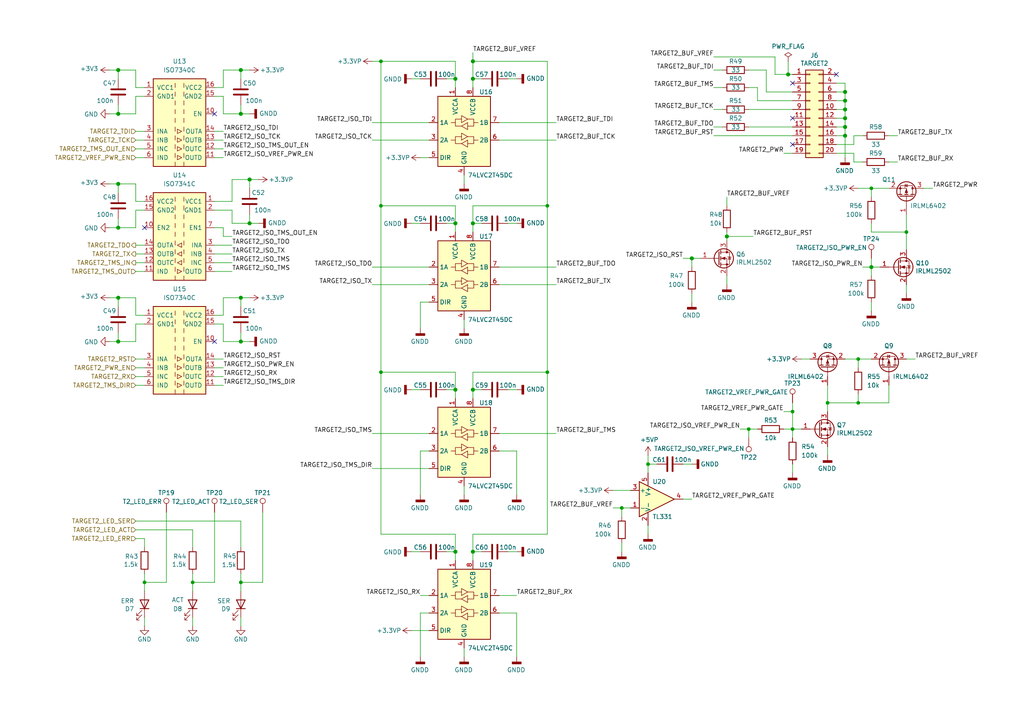
<source format=kicad_sch>
(kicad_sch (version 20211123) (generator eeschema)
  (paper "A4")
  (junction (at 229.87 124.46) (diameter 0.9144))
  (junction (at 72.39 52.07) (diameter 1.016))
  (junction (at 228.6 21.59) (diameter 1.016))
  (junction (at 72.39 64.77) (diameter 1.016))
  (junction (at 132.08 22.86) (diameter 1.016))
  (junction (at 245.11 31.75) (diameter 1.016))
  (junction (at 245.11 34.29) (diameter 1.016))
  (junction (at 210.82 68.58) (diameter 1.016))
  (junction (at 217.17 124.46) (diameter 0.9144))
  (junction (at 34.29 20.32) (diameter 1.016))
  (junction (at 34.29 33.02) (diameter 1.016))
  (junction (at 110.49 59.69) (diameter 0.9144))
  (junction (at 137.16 22.86) (diameter 1.016))
  (junction (at 55.88 168.91))
  (junction (at 137.16 160.02) (diameter 1.016))
  (junction (at 110.49 107.95) (diameter 0.9144))
  (junction (at 200.66 74.93) (diameter 1.016))
  (junction (at 158.75 59.69) (diameter 0.9144))
  (junction (at 34.29 86.36) (diameter 1.016))
  (junction (at 248.92 104.14) (diameter 0.9144))
  (junction (at 110.49 17.78) (diameter 0.9144))
  (junction (at 248.92 116.84) (diameter 0.9144))
  (junction (at 245.11 39.37) (diameter 1.016))
  (junction (at 132.08 64.77) (diameter 1.016))
  (junction (at 252.73 54.61) (diameter 0.9144))
  (junction (at 69.85 33.02) (diameter 1.016))
  (junction (at 34.29 99.06) (diameter 1.016))
  (junction (at 252.73 77.47) (diameter 1.016))
  (junction (at 41.91 168.91))
  (junction (at 137.16 113.03) (diameter 1.016))
  (junction (at 69.85 20.32) (diameter 1.016))
  (junction (at 229.87 119.38) (diameter 0.9144))
  (junction (at 262.89 67.31) (diameter 0.9144))
  (junction (at 245.11 26.67) (diameter 1.016))
  (junction (at 69.85 168.91))
  (junction (at 180.34 147.32) (diameter 0.9144))
  (junction (at 132.08 113.03) (diameter 1.016))
  (junction (at 34.29 53.34) (diameter 1.016))
  (junction (at 132.08 160.02) (diameter 1.016))
  (junction (at 137.16 64.77) (diameter 1.016))
  (junction (at 240.03 116.84) (diameter 0.9144))
  (junction (at 158.75 107.95) (diameter 0.9144))
  (junction (at 137.16 17.78) (diameter 1.016))
  (junction (at 69.85 86.36) (diameter 1.016))
  (junction (at 187.96 134.62) (diameter 0.9144))
  (junction (at 245.11 29.21) (diameter 1.016))
  (junction (at 34.29 66.04) (diameter 1.016))
  (junction (at 69.85 99.06) (diameter 1.016))
  (junction (at 245.11 36.83) (diameter 1.016))
  (no_connect (at 41.91 66.04))
  (no_connect (at 62.23 33.02))
  (no_connect (at 62.23 99.06))
  (no_connect (at 229.87 34.29))
  (no_connect (at 229.87 24.13))
  (no_connect (at 229.87 41.91))
  (no_connect (at 242.57 21.59))
  (wire (pts (xy 31.75 86.36) (xy 34.29 86.36)))
  (wire (pts (xy 242.57 26.67) (xy 245.11 26.67)))
  (wire (pts (xy 64.77 99.06) (xy 64.77 93.98)))
  (wire (pts (xy 62.23 38.1) (xy 64.77 38.1)))
  (wire (pts (xy 64.77 66.04) (xy 64.77 68.58)))
  (wire (pts (xy 64.77 68.58) (xy 67.31 68.58)))
  (wire (pts (xy 252.73 90.17) (xy 252.73 87.63)))
  (wire (pts (xy 110.49 107.95) (xy 132.08 107.95)))
  (wire (pts (xy 248.92 104.14) (xy 252.73 104.14)))
  (wire (pts (xy 69.85 99.06) (xy 64.77 99.06)))
  (wire (pts (xy 72.39 52.07) (xy 67.31 52.07)))
  (wire (pts (xy 262.89 85.09) (xy 262.89 82.55)))
  (wire (pts (xy 134.62 190.5) (xy 134.62 187.96)))
  (wire (pts (xy 217.17 124.46) (xy 217.17 127)))
  (wire (pts (xy 39.37 66.04) (xy 39.37 60.96)))
  (wire (pts (xy 229.87 124.46) (xy 229.87 127)))
  (wire (pts (xy 39.37 153.67) (xy 55.88 153.67)))
  (wire (pts (xy 134.62 95.25) (xy 134.62 92.71)))
  (wire (pts (xy 62.23 40.64) (xy 64.77 40.64)))
  (wire (pts (xy 144.78 82.55) (xy 161.29 82.55)))
  (wire (pts (xy 39.37 78.74) (xy 41.91 78.74)))
  (wire (pts (xy 139.7 113.03) (xy 137.16 113.03)))
  (wire (pts (xy 198.12 144.78) (xy 200.66 144.78)))
  (wire (pts (xy 217.17 25.4) (xy 219.71 25.4)))
  (wire (pts (xy 219.71 25.4) (xy 219.71 29.21)))
  (wire (pts (xy 34.29 88.9) (xy 34.29 86.36)))
  (wire (pts (xy 240.03 119.38) (xy 240.03 116.84)))
  (wire (pts (xy 39.37 27.94) (xy 41.91 27.94)))
  (wire (pts (xy 137.16 107.95) (xy 137.16 113.03)))
  (wire (pts (xy 200.66 74.93) (xy 203.2 74.93)))
  (wire (pts (xy 245.11 29.21) (xy 245.11 31.75)))
  (wire (pts (xy 121.92 177.8) (xy 121.92 190.5)))
  (wire (pts (xy 149.86 130.81) (xy 149.86 143.51)))
  (wire (pts (xy 242.57 29.21) (xy 245.11 29.21)))
  (wire (pts (xy 229.87 44.45) (xy 227.33 44.45)))
  (wire (pts (xy 144.78 77.47) (xy 161.29 77.47)))
  (wire (pts (xy 69.85 151.13) (xy 69.85 158.75)))
  (wire (pts (xy 137.16 17.78) (xy 137.16 22.86)))
  (wire (pts (xy 72.39 64.77) (xy 67.31 64.77)))
  (wire (pts (xy 124.46 182.88) (xy 119.38 182.88)))
  (wire (pts (xy 210.82 67.31) (xy 210.82 68.58)))
  (wire (pts (xy 69.85 166.37) (xy 69.85 168.91)))
  (wire (pts (xy 137.16 64.77) (xy 137.16 67.31)))
  (wire (pts (xy 124.46 87.63) (xy 121.92 87.63)))
  (wire (pts (xy 227.33 119.38) (xy 229.87 119.38)))
  (wire (pts (xy 62.23 168.91) (xy 62.23 148.59)))
  (wire (pts (xy 124.46 172.72) (xy 121.92 172.72)))
  (wire (pts (xy 147.32 22.86) (xy 149.86 22.86)))
  (wire (pts (xy 207.01 39.37) (xy 229.87 39.37)))
  (wire (pts (xy 69.85 20.32) (xy 64.77 20.32)))
  (wire (pts (xy 177.8 142.24) (xy 182.88 142.24)))
  (wire (pts (xy 34.29 63.5) (xy 34.29 66.04)))
  (wire (pts (xy 121.92 95.25) (xy 121.92 87.63)))
  (wire (pts (xy 137.16 64.77) (xy 137.16 59.69)))
  (wire (pts (xy 74.93 64.77) (xy 72.39 64.77)))
  (wire (pts (xy 187.96 152.4) (xy 187.96 154.94)))
  (wire (pts (xy 132.08 160.02) (xy 132.08 162.56)))
  (wire (pts (xy 39.37 93.98) (xy 41.91 93.98)))
  (wire (pts (xy 62.23 60.96) (xy 67.31 60.96)))
  (wire (pts (xy 34.29 99.06) (xy 39.37 99.06)))
  (wire (pts (xy 69.85 168.91) (xy 76.2 168.91)))
  (wire (pts (xy 144.78 177.8) (xy 149.86 177.8)))
  (wire (pts (xy 110.49 59.69) (xy 110.49 107.95)))
  (wire (pts (xy 62.23 106.68) (xy 64.77 106.68)))
  (wire (pts (xy 144.78 172.72) (xy 149.86 172.72)))
  (wire (pts (xy 229.87 124.46) (xy 229.87 119.38)))
  (wire (pts (xy 245.11 26.67) (xy 245.11 29.21)))
  (wire (pts (xy 69.85 86.36) (xy 64.77 86.36)))
  (wire (pts (xy 257.81 39.37) (xy 260.35 39.37)))
  (wire (pts (xy 158.75 17.78) (xy 137.16 17.78)))
  (wire (pts (xy 245.11 104.14) (xy 248.92 104.14)))
  (wire (pts (xy 144.78 40.64) (xy 161.29 40.64)))
  (wire (pts (xy 31.75 99.06) (xy 34.29 99.06)))
  (wire (pts (xy 242.57 31.75) (xy 245.11 31.75)))
  (wire (pts (xy 137.16 113.03) (xy 137.16 115.57)))
  (wire (pts (xy 247.65 46.99) (xy 250.19 46.99)))
  (wire (pts (xy 39.37 106.68) (xy 41.91 106.68)))
  (wire (pts (xy 39.37 156.21) (xy 41.91 156.21)))
  (wire (pts (xy 107.95 125.73) (xy 124.46 125.73)))
  (wire (pts (xy 34.29 86.36) (xy 39.37 86.36)))
  (wire (pts (xy 177.8 147.32) (xy 180.34 147.32)))
  (wire (pts (xy 180.34 147.32) (xy 182.88 147.32)))
  (wire (pts (xy 34.29 22.86) (xy 34.29 20.32)))
  (wire (pts (xy 245.11 24.13) (xy 245.11 26.67)))
  (wire (pts (xy 252.73 64.77) (xy 252.73 67.31)))
  (wire (pts (xy 200.66 87.63) (xy 200.66 85.09)))
  (wire (pts (xy 76.2 168.91) (xy 76.2 148.59)))
  (wire (pts (xy 139.7 64.77) (xy 137.16 64.77)))
  (wire (pts (xy 62.23 78.74) (xy 67.31 78.74)))
  (wire (pts (xy 245.11 31.75) (xy 245.11 34.29)))
  (wire (pts (xy 129.54 113.03) (xy 132.08 113.03)))
  (wire (pts (xy 110.49 59.69) (xy 110.49 17.78)))
  (wire (pts (xy 245.11 39.37) (xy 245.11 45.72)))
  (wire (pts (xy 55.88 168.91) (xy 62.23 168.91)))
  (wire (pts (xy 62.23 111.76) (xy 64.77 111.76)))
  (wire (pts (xy 252.73 74.93) (xy 252.73 77.47)))
  (wire (pts (xy 240.03 116.84) (xy 248.92 116.84)))
  (wire (pts (xy 39.37 91.44) (xy 41.91 91.44)))
  (wire (pts (xy 62.23 43.18) (xy 64.77 43.18)))
  (wire (pts (xy 39.37 71.12) (xy 41.91 71.12)))
  (wire (pts (xy 121.92 64.77) (xy 119.38 64.77)))
  (wire (pts (xy 207.01 20.32) (xy 209.55 20.32)))
  (wire (pts (xy 39.37 33.02) (xy 39.37 27.94)))
  (wire (pts (xy 158.75 154.94) (xy 137.16 154.94)))
  (wire (pts (xy 72.39 54.61) (xy 72.39 52.07)))
  (wire (pts (xy 62.23 109.22) (xy 64.77 109.22)))
  (wire (pts (xy 64.77 27.94) (xy 62.23 27.94)))
  (wire (pts (xy 240.03 111.76) (xy 240.03 116.84)))
  (wire (pts (xy 107.95 17.78) (xy 110.49 17.78)))
  (wire (pts (xy 110.49 17.78) (xy 132.08 17.78)))
  (wire (pts (xy 262.89 67.31) (xy 262.89 72.39)))
  (wire (pts (xy 39.37 60.96) (xy 41.91 60.96)))
  (wire (pts (xy 242.57 44.45) (xy 247.65 44.45)))
  (wire (pts (xy 107.95 35.56) (xy 124.46 35.56)))
  (wire (pts (xy 48.26 168.91) (xy 48.26 148.59)))
  (wire (pts (xy 242.57 34.29) (xy 245.11 34.29)))
  (wire (pts (xy 107.95 82.55) (xy 124.46 82.55)))
  (wire (pts (xy 41.91 168.91) (xy 41.91 171.45)))
  (wire (pts (xy 62.23 66.04) (xy 64.77 66.04)))
  (wire (pts (xy 137.16 22.86) (xy 137.16 25.4)))
  (wire (pts (xy 55.88 158.75) (xy 55.88 153.67)))
  (wire (pts (xy 137.16 59.69) (xy 158.75 59.69)))
  (wire (pts (xy 72.39 86.36) (xy 69.85 86.36)))
  (wire (pts (xy 124.46 177.8) (xy 121.92 177.8)))
  (wire (pts (xy 248.92 114.3) (xy 248.92 116.84)))
  (wire (pts (xy 158.75 59.69) (xy 158.75 107.95)))
  (wire (pts (xy 34.29 96.52) (xy 34.29 99.06)))
  (wire (pts (xy 124.46 130.81) (xy 121.92 130.81)))
  (wire (pts (xy 31.75 20.32) (xy 34.29 20.32)))
  (wire (pts (xy 62.23 104.14) (xy 64.77 104.14)))
  (wire (pts (xy 39.37 99.06) (xy 39.37 93.98)))
  (wire (pts (xy 62.23 71.12) (xy 67.31 71.12)))
  (wire (pts (xy 121.92 160.02) (xy 119.38 160.02)))
  (wire (pts (xy 242.57 36.83) (xy 245.11 36.83)))
  (wire (pts (xy 132.08 64.77) (xy 132.08 59.69)))
  (wire (pts (xy 245.11 34.29) (xy 245.11 36.83)))
  (wire (pts (xy 41.91 158.75) (xy 41.91 156.21)))
  (wire (pts (xy 132.08 17.78) (xy 132.08 22.86)))
  (wire (pts (xy 64.77 20.32) (xy 64.77 25.4)))
  (wire (pts (xy 158.75 59.69) (xy 158.75 17.78)))
  (wire (pts (xy 257.81 46.99) (xy 260.35 46.99)))
  (wire (pts (xy 139.7 160.02) (xy 137.16 160.02)))
  (wire (pts (xy 214.63 124.46) (xy 217.17 124.46)))
  (wire (pts (xy 217.17 124.46) (xy 219.71 124.46)))
  (wire (pts (xy 144.78 130.81) (xy 149.86 130.81)))
  (wire (pts (xy 210.82 57.15) (xy 210.82 59.69)))
  (wire (pts (xy 147.32 64.77) (xy 149.86 64.77)))
  (wire (pts (xy 72.39 33.02) (xy 69.85 33.02)))
  (wire (pts (xy 69.85 33.02) (xy 64.77 33.02)))
  (wire (pts (xy 69.85 30.48) (xy 69.85 33.02)))
  (wire (pts (xy 242.57 24.13) (xy 245.11 24.13)))
  (wire (pts (xy 62.23 58.42) (xy 67.31 58.42)))
  (wire (pts (xy 210.82 68.58) (xy 218.44 68.58)))
  (wire (pts (xy 107.95 77.47) (xy 124.46 77.47)))
  (wire (pts (xy 31.75 53.34) (xy 34.29 53.34)))
  (wire (pts (xy 31.75 66.04) (xy 34.29 66.04)))
  (wire (pts (xy 110.49 59.69) (xy 132.08 59.69)))
  (wire (pts (xy 64.77 25.4) (xy 62.23 25.4)))
  (wire (pts (xy 69.85 179.07) (xy 69.85 181.61)))
  (wire (pts (xy 39.37 151.13) (xy 69.85 151.13)))
  (wire (pts (xy 67.31 52.07) (xy 67.31 58.42)))
  (wire (pts (xy 74.93 52.07) (xy 72.39 52.07)))
  (wire (pts (xy 39.37 45.72) (xy 41.91 45.72)))
  (wire (pts (xy 252.73 77.47) (xy 255.27 77.47)))
  (wire (pts (xy 242.57 39.37) (xy 245.11 39.37)))
  (wire (pts (xy 137.16 107.95) (xy 158.75 107.95)))
  (wire (pts (xy 247.65 41.91) (xy 247.65 39.37)))
  (wire (pts (xy 129.54 64.77) (xy 132.08 64.77)))
  (wire (pts (xy 217.17 31.75) (xy 229.87 31.75)))
  (wire (pts (xy 200.66 74.93) (xy 198.12 74.93)))
  (wire (pts (xy 247.65 44.45) (xy 247.65 46.99)))
  (wire (pts (xy 252.73 67.31) (xy 262.89 67.31)))
  (wire (pts (xy 69.85 168.91) (xy 69.85 171.45)))
  (wire (pts (xy 134.62 143.51) (xy 134.62 140.97)))
  (wire (pts (xy 252.73 77.47) (xy 250.19 77.47)))
  (wire (pts (xy 72.39 62.23) (xy 72.39 64.77)))
  (wire (pts (xy 55.88 166.37) (xy 55.88 168.91)))
  (wire (pts (xy 137.16 15.24) (xy 137.16 17.78)))
  (wire (pts (xy 229.87 21.59) (xy 228.6 21.59)))
  (wire (pts (xy 190.5 134.62) (xy 187.96 134.62)))
  (wire (pts (xy 137.16 160.02) (xy 137.16 162.56)))
  (wire (pts (xy 39.37 111.76) (xy 41.91 111.76)))
  (wire (pts (xy 207.01 25.4) (xy 209.55 25.4)))
  (wire (pts (xy 69.85 96.52) (xy 69.85 99.06)))
  (wire (pts (xy 55.88 168.91) (xy 55.88 171.45)))
  (wire (pts (xy 34.29 30.48) (xy 34.29 33.02)))
  (wire (pts (xy 132.08 64.77) (xy 132.08 67.31)))
  (wire (pts (xy 64.77 86.36) (xy 64.77 91.44)))
  (wire (pts (xy 39.37 73.66) (xy 41.91 73.66)))
  (wire (pts (xy 248.92 116.84) (xy 257.81 116.84)))
  (wire (pts (xy 232.41 104.14) (xy 234.95 104.14)))
  (wire (pts (xy 121.92 22.86) (xy 119.38 22.86)))
  (wire (pts (xy 129.54 160.02) (xy 132.08 160.02)))
  (wire (pts (xy 210.82 82.55) (xy 210.82 80.01)))
  (wire (pts (xy 34.29 66.04) (xy 39.37 66.04)))
  (wire (pts (xy 219.71 29.21) (xy 229.87 29.21)))
  (wire (pts (xy 64.77 91.44) (xy 62.23 91.44)))
  (wire (pts (xy 262.89 67.31) (xy 262.89 62.23)))
  (wire (pts (xy 139.7 22.86) (xy 137.16 22.86)))
  (wire (pts (xy 228.6 17.78) (xy 228.6 21.59)))
  (wire (pts (xy 69.85 22.86) (xy 69.85 20.32)))
  (wire (pts (xy 39.37 76.2) (xy 41.91 76.2)))
  (wire (pts (xy 198.12 134.62) (xy 200.66 134.62)))
  (wire (pts (xy 55.88 179.07) (xy 55.88 181.61)))
  (wire (pts (xy 158.75 107.95) (xy 158.75 154.94)))
  (wire (pts (xy 67.31 64.77) (xy 67.31 60.96)))
  (wire (pts (xy 252.73 54.61) (xy 257.81 54.61)))
  (wire (pts (xy 39.37 86.36) (xy 39.37 91.44)))
  (wire (pts (xy 252.73 54.61) (xy 252.73 57.15)))
  (wire (pts (xy 107.95 40.64) (xy 124.46 40.64)))
  (wire (pts (xy 41.91 168.91) (xy 48.26 168.91)))
  (wire (pts (xy 227.33 124.46) (xy 229.87 124.46)))
  (wire (pts (xy 39.37 40.64) (xy 41.91 40.64)))
  (wire (pts (xy 262.89 104.14) (xy 265.43 104.14)))
  (wire (pts (xy 144.78 35.56) (xy 161.29 35.56)))
  (wire (pts (xy 245.11 36.83) (xy 245.11 39.37)))
  (wire (pts (xy 229.87 134.62) (xy 229.87 137.16)))
  (wire (pts (xy 31.75 33.02) (xy 34.29 33.02)))
  (wire (pts (xy 39.37 38.1) (xy 41.91 38.1)))
  (wire (pts (xy 187.96 134.62) (xy 187.96 137.16)))
  (wire (pts (xy 72.39 99.06) (xy 69.85 99.06)))
  (wire (pts (xy 207.01 16.51) (xy 224.79 16.51)))
  (wire (pts (xy 224.79 21.59) (xy 224.79 16.51)))
  (wire (pts (xy 224.79 21.59) (xy 228.6 21.59)))
  (wire (pts (xy 248.92 104.14) (xy 248.92 106.68)))
  (wire (pts (xy 41.91 179.07) (xy 41.91 181.61)))
  (wire (pts (xy 39.37 53.34) (xy 39.37 58.42)))
  (wire (pts (xy 147.32 160.02) (xy 149.86 160.02)))
  (wire (pts (xy 207.01 31.75) (xy 209.55 31.75)))
  (wire (pts (xy 41.91 166.37) (xy 41.91 168.91)))
  (wire (pts (xy 240.03 129.54) (xy 240.03 132.08)))
  (wire (pts (xy 62.23 45.72) (xy 64.77 45.72)))
  (wire (pts (xy 39.37 20.32) (xy 39.37 25.4)))
  (wire (pts (xy 267.97 54.61) (xy 270.51 54.61)))
  (wire (pts (xy 39.37 109.22) (xy 41.91 109.22)))
  (wire (pts (xy 207.01 36.83) (xy 209.55 36.83)))
  (wire (pts (xy 210.82 68.58) (xy 210.82 69.85)))
  (wire (pts (xy 147.32 113.03) (xy 149.86 113.03)))
  (wire (pts (xy 39.37 25.4) (xy 41.91 25.4)))
  (wire (pts (xy 247.65 39.37) (xy 250.19 39.37)))
  (wire (pts (xy 39.37 58.42) (xy 41.91 58.42)))
  (wire (pts (xy 34.29 55.88) (xy 34.29 53.34)))
  (wire (pts (xy 252.73 80.01) (xy 252.73 77.47)))
  (wire (pts (xy 64.77 33.02) (xy 64.77 27.94)))
  (wire (pts (xy 110.49 154.94) (xy 132.08 154.94)))
  (wire (pts (xy 132.08 154.94) (xy 132.08 160.02)))
  (wire (pts (xy 121.92 130.81) (xy 121.92 143.51)))
  (wire (pts (xy 34.29 20.32) (xy 39.37 20.32)))
  (wire (pts (xy 217.17 36.83) (xy 229.87 36.83)))
  (wire (pts (xy 149.86 177.8) (xy 149.86 190.5)))
  (wire (pts (xy 134.62 53.34) (xy 134.62 50.8)))
  (wire (pts (xy 132.08 107.95) (xy 132.08 113.03)))
  (wire (pts (xy 34.29 33.02) (xy 39.37 33.02)))
  (wire (pts (xy 242.57 41.91) (xy 247.65 41.91)))
  (wire (pts (xy 180.34 157.48) (xy 180.34 160.02)))
  (wire (pts (xy 200.66 77.47) (xy 200.66 74.93)))
  (wire (pts (xy 34.29 53.34) (xy 39.37 53.34)))
  (wire (pts (xy 72.39 20.32) (xy 69.85 20.32)))
  (wire (pts (xy 62.23 73.66) (xy 67.31 73.66)))
  (wire (pts (xy 107.95 135.89) (xy 124.46 135.89)))
  (wire (pts (xy 222.25 20.32) (xy 217.17 20.32)))
  (wire (pts (xy 222.25 26.67) (xy 222.25 20.32)))
  (wire (pts (xy 222.25 26.67) (xy 229.87 26.67)))
  (wire (pts (xy 129.54 22.86) (xy 132.08 22.86)))
  (wire (pts (xy 180.34 147.32) (xy 180.34 149.86)))
  (wire (pts (xy 64.77 93.98) (xy 62.23 93.98)))
  (wire (pts (xy 39.37 43.18) (xy 41.91 43.18)))
  (wire (pts (xy 62.23 76.2) (xy 67.31 76.2)))
  (wire (pts (xy 229.87 124.46) (xy 232.41 124.46)))
  (wire (pts (xy 39.37 104.14) (xy 41.91 104.14)))
  (wire (pts (xy 229.87 116.84) (xy 229.87 119.38)))
  (wire (pts (xy 257.81 116.84) (xy 257.81 111.76)))
  (wire (pts (xy 124.46 45.72) (xy 121.92 45.72)))
  (wire (pts (xy 121.92 113.03) (xy 119.38 113.03)))
  (wire (pts (xy 69.85 88.9) (xy 69.85 86.36)))
  (wire (pts (xy 248.92 54.61) (xy 252.73 54.61)))
  (wire (pts (xy 132.08 113.03) (xy 132.08 115.57)))
  (wire (pts (xy 132.08 22.86) (xy 132.08 25.4)))
  (wire (pts (xy 137.16 154.94) (xy 137.16 160.02)))
  (wire (pts (xy 187.96 132.08) (xy 187.96 134.62)))
  (wire (pts (xy 144.78 125.73) (xy 161.29 125.73)))
  (wire (pts (xy 110.49 107.95) (xy 110.49 154.94)))
  (label "TARGET2_PWR" (at 227.33 44.45 180))
  (label "TARGET2_BUF_RST" (at 218.44 68.58 0))
  (label "TARGET2_ISO_TMS_OUT_EN" (at 64.77 43.18 0))
  (label "TARGET2_ISO_PWR_EN" (at 64.77 106.68 0))
  (label "TARGET2_ISO_TMS" (at 67.31 78.74 0))
  (label "TARGET2_BUF_VREF" (at 210.82 57.15 0))
  (label "TARGET2_ISO_TX" (at 107.95 82.55 180))
  (label "TARGET2_ISO_TDI" (at 64.77 38.1 0))
  (label "TARGET2_BUF_RX" (at 149.86 172.72 0))
  (label "TARGET2_ISO_RST" (at 64.77 104.14 0))
  (label "TARGET2_BUF_VREF" (at 207.01 16.51 180))
  (label "TARGET2_BUF_TDO" (at 161.29 77.47 0))
  (label "TARGET2_BUF_TMS" (at 161.29 125.73 0))
  (label "TARGET2_ISO_VREF_PWR_EN" (at 214.63 124.46 180))
  (label "TARGET2_ISO_TMS_DIR" (at 64.77 111.76 0))
  (label "TARGET2_BUF_TMS" (at 207.01 25.4 180))
  (label "TARGET2_BUF_VREF" (at 137.16 15.24 0))
  (label "TARGET2_ISO_RX" (at 121.92 172.72 180))
  (label "TARGET2_BUF_TDO" (at 207.01 36.83 180))
  (label "TARGET2_ISO_TDI" (at 107.95 35.56 180))
  (label "TARGET2_ISO_TMS" (at 67.31 76.2 0))
  (label "TARGET2_BUF_TX" (at 260.35 39.37 0))
  (label "TARGET2_ISO_TCK" (at 64.77 40.64 0))
  (label "TARGET2_VREF_PWR_GATE" (at 200.66 144.78 0))
  (label "TARGET2_PWR" (at 270.51 54.61 0))
  (label "TARGET2_BUF_TCK" (at 207.01 31.75 180))
  (label "TARGET2_BUF_TDI" (at 161.29 35.56 0))
  (label "TARGET2_ISO_PWR_EN" (at 250.19 77.47 180))
  (label "TARGET2_BUF_RX" (at 260.35 46.99 0))
  (label "TARGET2_ISO_TDO" (at 107.95 77.47 180))
  (label "TARGET2_ISO_TX" (at 67.31 73.66 0))
  (label "TARGET2_BUF_TX" (at 161.29 82.55 0))
  (label "TARGET2_ISO_RST" (at 198.12 74.93 180))
  (label "TARGET2_BUF_TCK" (at 161.29 40.64 0))
  (label "TARGET2_ISO_TMS_OUT_EN" (at 67.31 68.58 0))
  (label "TARGET2_ISO_TMS" (at 107.95 125.73 180))
  (label "TARGET2_BUF_VREF" (at 177.8 147.32 180))
  (label "TARGET2_ISO_TMS_DIR" (at 107.95 135.89 180))
  (label "TARGET2_BUF_RST" (at 207.01 39.37 180))
  (label "TARGET2_BUF_TDI" (at 207.01 20.32 180))
  (label "TARGET2_VREF_PWR_GATE" (at 227.33 119.38 180))
  (label "TARGET2_ISO_TCK" (at 107.95 40.64 180))
  (label "TARGET2_ISO_RX" (at 64.77 109.22 0))
  (label "TARGET2_ISO_VREF_PWR_EN" (at 64.77 45.72 0))
  (label "TARGET2_ISO_TDO" (at 67.31 71.12 0))
  (label "TARGET2_BUF_VREF" (at 265.43 104.14 0))
  (hierarchical_label "TARGET2_TX" (shape output) (at 39.37 73.66 180))
  (hierarchical_label "TARGET2_PWR_EN" (shape input) (at 39.37 106.68 180))
  (hierarchical_label "TARGET2_VREF_PWR_EN" (shape input) (at 39.37 45.72 180))
  (hierarchical_label "TARGET2_LED_ACT" (shape input) (at 39.37 153.67 180))
  (hierarchical_label "TARGET2_LED_ERR" (shape input) (at 39.37 156.21 180))
  (hierarchical_label "TARGET2_TDI" (shape input) (at 39.37 38.1 180))
  (hierarchical_label "TARGET2_TMS_OUT" (shape input) (at 39.37 78.74 180))
  (hierarchical_label "TARGET2_TMS_IN" (shape output) (at 39.37 76.2 180))
  (hierarchical_label "TARGET2_TMS_DIR" (shape input) (at 39.37 111.76 180))
  (hierarchical_label "TARGET2_LED_SER" (shape input) (at 39.37 151.13 180))
  (hierarchical_label "TARGET2_RX" (shape input) (at 39.37 109.22 180))
  (hierarchical_label "TARGET2_RST" (shape input) (at 39.37 104.14 180))
  (hierarchical_label "TARGET2_TCK" (shape input) (at 39.37 40.64 180))
  (hierarchical_label "TARGET2_TDO" (shape output) (at 39.37 71.12 180))
  (hierarchical_label "TARGET2_TMS_OUT_EN" (shape input) (at 39.37 43.18 180))
  (symbol (lib_id "power:GNDD") (at 149.86 160.02 90) (unit 1)
    (property "Reference" "#PWR0147" (effects hide))
    (property "Value" "GNDD" (at 152.654 159.9184 90) (effects (justify right)))
  )
  (symbol (lib_id "power:GNDD") (at 240.03 132.08 0) (unit 1)
    (property "Reference" "#PWR0158" (effects hide))
    (property "Value" "GNDD" (at 242.57 135.89 0) (effects (justify right)))
  )
  (symbol (lib_id "Device:LED") (at 69.85 175.26 270) (mirror x) (unit 1)
    (property "Reference" "D9" (at 66.8528 176.6062 90) (effects (justify right)))
    (property "Value" "SER" (at 66.8528 174.2948 90) (effects (justify right)))
    (property "Footprint" "LED_THT:LED_D3.0mm" (effects hide))
    (property "Part Number" "FYLS-0603UYC" (effects hide))
  )
  (symbol (lib_id "power:GNDD") (at 149.86 143.51 0) (unit 1)
    (property "Reference" "#PWR0146" (effects hide))
    (property "Value" "GNDD" (at 152.4 147.32 0) (effects (justify right)))
  )
  (symbol (lib_id "Connector:TestPoint") (at 229.87 116.84 0) (mirror y) (unit 1)
    (property "Reference" "TP23" (at 229.87 111.1884 0))
    (property "Value" "TARGET2_VREF_PWR_GATE" (at 228.6 113.7284 0) (effects (justify left)))
    (property "Footprint" "TestPoint:TestPoint_Pad_D1.0mm" (effects hide))
  )
  (symbol (lib_id "Device:C") (at 72.39 58.42 180) (unit 1)
    (property "Reference" "C52" (at 74.93 55.88 0))
    (property "Value" "100n" (at 76.2 60.96 0))
    (property "Footprint" "Capacitor_SMD:C_0402_1005Metric" (effects hide))
    (property "Part Number" "CC0402KRX7R7BB104" (effects hide))
  )
  (symbol (lib_id "power:GND") (at 31.75 66.04 270) (unit 1)
    (property "Reference" "#PWR0117" (effects hide))
    (property "Value" "GND" (at 28.4988 66.167 90) (effects (justify right)))
  )
  (symbol (lib_id "Device:R") (at 223.52 124.46 90) (unit 1)
    (property "Reference" "R53" (at 223.52 121.92 90))
    (property "Value" "10k" (at 223.52 127 90))
    (property "Footprint" "Resistor_SMD:R_0402_1005Metric" (effects hide))
  )
  (symbol (lib_id "power:GND") (at 69.85 181.61 0) (unit 1)
    (property "Reference" "#PWR0122" (effects hide))
    (property "Value" "GND" (at 69.85 185.42 0))
  )
  (symbol (lib_id "Isolator:ISO7340C") (at 52.07 101.6 0) (unit 1)
    (property "Reference" "U15" (at 52.07 83.82 0))
    (property "Value" "ISO7340C" (at 52.07 86.36 0))
    (property "Footprint" "Package_SO:SOIC-16W_7.5x10.3mm_P1.27mm" (effects hide))
    (property "Datasheet" "http://www.ti.com/general/docs/lit/getliterature.tsp?genericPartNumber=iso7340c&fileType=pdf" (effects hide))
  )
  (symbol (lib_id "Device:C") (at 143.51 160.02 270) (unit 1)
    (property "Reference" "C60" (at 139.7 158.75 90))
    (property "Value" "100n" (at 147.32 158.75 90))
    (property "Footprint" "Capacitor_SMD:C_0402_1005Metric" (effects hide))
    (property "Part Number" "CC0402KRX7R7BB104" (effects hide))
  )
  (symbol (lib_id "power:GNDD") (at 149.86 22.86 90) (unit 1)
    (property "Reference" "#PWR0143" (effects hide))
    (property "Value" "GNDD" (at 152.654 22.7584 90) (effects (justify right)))
  )
  (symbol (lib_id "power:GNDD") (at 149.86 64.77 90) (unit 1)
    (property "Reference" "#PWR0144" (effects hide))
    (property "Value" "GNDD" (at 152.654 64.6684 90) (effects (justify right)))
  )
  (symbol (lib_id "Connector:TestPoint") (at 48.26 148.59 0) (mirror y) (unit 1)
    (property "Reference" "TP19" (at 48.26 142.9384 0))
    (property "Value" "T2_LED_ERR" (at 46.99 145.4784 0) (effects (justify left)))
    (property "Footprint" "TestPoint:TestPoint_Pad_D1.0mm" (effects hide))
  )
  (symbol (lib_id "Connector:TestPoint") (at 217.17 127 0) (mirror x) (unit 1)
    (property "Reference" "TP22" (at 217.17 132.6516 0))
    (property "Value" "TARGET2_ISO_VREF_PWR_EN" (at 215.9 130.1116 0) (effects (justify right)))
    (property "Footprint" "TestPoint:TestPoint_Pad_D1.0mm" (effects hide))
  )
  (symbol (lib_id "Device:R") (at 213.36 20.32 90) (unit 1)
    (property "Reference" "R49" (at 213.36 17.78 90))
    (property "Value" "33" (at 213.36 20.32 90))
    (property "Footprint" "Resistor_SMD:R_0402_1005Metric" (effects hide))
    (property "Part Number" "RC0402FR-07100KL" (effects hide))
  )
  (symbol (lib_id "Device:R") (at 41.91 162.56 0) (mirror y) (unit 1)
    (property "Reference" "R43" (at 40.132 161.3916 0) (effects (justify left)))
    (property "Value" "1.5k" (at 40.132 163.703 0) (effects (justify left)))
    (property "Footprint" "Resistor_SMD:R_0402_1005Metric" (effects hide))
    (property "Part Number" "RC0402FR-071K5L" (effects hide))
  )
  (symbol (lib_id "Device:R") (at 69.85 162.56 0) (mirror y) (unit 1)
    (property "Reference" "R45" (at 68.58 161.29 0) (effects (justify left)))
    (property "Value" "1.5k" (at 68.58 163.83 0) (effects (justify left)))
    (property "Footprint" "Resistor_SMD:R_0402_1005Metric" (effects hide))
    (property "Part Number" "RC0402FR-071K5L" (effects hide))
  )
  (symbol (lib_id "power:+3.3VP") (at 177.8 142.24 90) (unit 1)
    (property "Reference" "#PWR0149" (effects hide))
    (property "Value" "+3.3VP" (at 167.64 142.2399 90) (effects (justify right)))
  )
  (symbol (lib_id "Device:R") (at 252.73 83.82 0) (mirror y) (unit 1)
    (property "Reference" "R57" (at 248.285 82.55 0))
    (property "Value" "100k" (at 248.285 85.09 0))
    (property "Footprint" "Resistor_SMD:R_0402_1005Metric" (effects hide))
    (property "Part Number" "RC0402FR-0710KL" (effects hide))
  )
  (symbol (lib_id "power:+3.3VP") (at 121.92 45.72 90) (unit 1)
    (property "Reference" "#PWR0135" (effects hide))
    (property "Value" "+3.3VP" (at 111.76 45.7199 90) (effects (justify right)))
  )
  (symbol (lib_id "Device:C") (at 125.73 113.03 90) (mirror x) (unit 1)
    (property "Reference" "C55" (at 121.92 111.76 90))
    (property "Value" "100n" (at 129.54 111.76 90))
    (property "Footprint" "Capacitor_SMD:C_0402_1005Metric" (effects hide))
    (property "Part Number" "CC0402KRX7R7BB104" (effects hide))
  )
  (symbol (lib_id "power:GNDD") (at 74.93 64.77 90) (unit 1)
    (property "Reference" "#PWR0128" (effects hide))
    (property "Value" "GNDD" (at 77.724 64.6684 90) (effects (justify right)))
  )
  (symbol (lib_id "power:GNDD") (at 134.62 53.34 0) (unit 1)
    (property "Reference" "#PWR0139" (effects hide))
    (property "Value" "GNDD" (at 137.16 57.15 0) (effects (justify right)))
  )
  (symbol (lib_id "power:GNDD") (at 121.92 190.5 0) (unit 1)
    (property "Reference" "#PWR0138" (effects hide))
    (property "Value" "GNDD" (at 124.46 194.31 0) (effects (justify right)))
  )
  (symbol (lib_id "power:+3.3VP") (at 232.41 104.14 90) (unit 1)
    (property "Reference" "#PWR0157" (effects hide))
    (property "Value" "+3.3VP" (at 222.25 104.1399 90) (effects (justify right)))
  )
  (symbol (lib_id "Device:C") (at 34.29 59.69 0) (mirror x) (unit 1)
    (property "Reference" "C48" (at 31.75 57.15 0))
    (property "Value" "100n" (at 30.48 62.23 0))
    (property "Footprint" "Capacitor_SMD:C_0402_1005Metric" (effects hide))
    (property "Part Number" "CC0402KRX7R7BB104" (effects hide))
  )
  (symbol (lib_id "power:GNDD") (at 229.87 137.16 0) (unit 1)
    (property "Reference" "#PWR0156" (effects hide))
    (property "Value" "GNDD" (at 232.41 140.97 0) (effects (justify right)))
  )
  (symbol (lib_id "power:GNDD") (at 72.39 33.02 90) (unit 1)
    (property "Reference" "#PWR0124" (effects hide))
    (property "Value" "GNDD" (at 75.184 32.9184 90) (effects (justify right)))
  )
  (symbol (lib_id "Device:LED") (at 41.91 175.26 270) (mirror x) (unit 1)
    (property "Reference" "D7" (at 38.9128 176.6062 90) (effects (justify right)))
    (property "Value" "ERR" (at 38.9128 174.2948 90) (effects (justify right)))
    (property "Footprint" "LED_THT:LED_D3.0mm" (effects hide))
  )
  (symbol (lib_id "Transistor_FET:IRLML6402") (at 257.81 106.68 270) (mirror x) (unit 1)
    (property "Reference" "Q9" (at 257.81 100.33 90))
    (property "Value" "IRLML6402" (at 264.16 109.22 90))
    (property "Footprint" "Package_TO_SOT_SMD:SOT-23" (effects hide))
    (property "Datasheet" "https://www.infineon.com/dgdl/irlml6402pbf.pdf?fileId=5546d462533600a401535668d5c2263c" (effects hide))
  )
  (symbol (lib_id "power:GNDD") (at 119.38 160.02 270) (unit 1)
    (property "Reference" "#PWR0133" (effects hide))
    (property "Value" "GNDD" (at 116.586 160.1216 90) (effects (justify right)))
  )
  (symbol (lib_id "Device:C") (at 69.85 92.71 180) (unit 1)
    (property "Reference" "C51" (at 72.39 90.17 0))
    (property "Value" "100n" (at 73.66 95.25 0))
    (property "Footprint" "Capacitor_SMD:C_0402_1005Metric" (effects hide))
    (property "Part Number" "CC0402KRX7R7BB104" (effects hide))
  )
  (symbol (lib_id "power:GNDD") (at 180.34 160.02 0) (unit 1)
    (property "Reference" "#PWR0150" (effects hide))
    (property "Value" "GNDD" (at 182.88 163.83 0) (effects (justify right)))
  )
  (symbol (lib_id "power:+3.3VP") (at 248.92 54.61 90) (unit 1)
    (property "Reference" "#PWR0160" (effects hide))
    (property "Value" "+3.3VP" (at 238.76 54.6099 90) (effects (justify right)))
  )
  (symbol (lib_id "Device:R") (at 213.36 36.83 90) (unit 1)
    (property "Reference" "R52" (at 213.36 34.29 90))
    (property "Value" "33" (at 213.36 36.83 90))
    (property "Footprint" "Resistor_SMD:R_0402_1005Metric" (effects hide))
    (property "Part Number" "RC0402FR-07100KL" (effects hide))
  )
  (symbol (lib_id "power:GND") (at 31.75 33.02 270) (unit 1)
    (property "Reference" "#PWR0115" (effects hide))
    (property "Value" "GND" (at 28.4988 33.147 90) (effects (justify right)))
  )
  (symbol (lib_id "Device:R") (at 213.36 25.4 90) (unit 1)
    (property "Reference" "R50" (at 213.36 22.86 90))
    (property "Value" "33" (at 213.36 25.4 90))
    (property "Footprint" "Resistor_SMD:R_0402_1005Metric" (effects hide))
    (property "Part Number" "RC0402FR-07100KL" (effects hide))
  )
  (symbol (lib_id "power:GNDD") (at 149.86 190.5 0) (unit 1)
    (property "Reference" "#PWR0148" (effects hide))
    (property "Value" "GNDD" (at 152.4 194.31 0) (effects (justify right)))
  )
  (symbol (lib_id "power:GNDD") (at 200.66 87.63 0) (unit 1)
    (property "Reference" "#PWR0153" (effects hide))
    (property "Value" "GNDD" (at 203.2 91.44 0) (effects (justify right)))
  )
  (symbol (lib_id "Device:R") (at 254 39.37 90) (unit 1)
    (property "Reference" "R58" (at 254 36.83 90))
    (property "Value" "33" (at 254 41.91 90))
    (property "Footprint" "Resistor_SMD:R_0402_1005Metric" (effects hide))
    (property "Part Number" "RC0402FR-07100KL" (effects hide))
  )
  (symbol (lib_id "Device:R") (at 252.73 60.96 0) (mirror x) (unit 1)
    (property "Reference" "R56" (at 250.19 59.6899 0) (effects (justify right)))
    (property "Value" "100k" (at 250.19 62.2299 0) (effects (justify right)))
    (property "Footprint" "Resistor_SMD:R_0402_1005Metric" (effects hide))
  )
  (symbol (lib_id "Logic_LevelTranslator:74LVC2T45DC") (at 134.62 38.1 0) (unit 1)
    (property "Reference" "U16" (at 140.97 26.67 0))
    (property "Value" "74LVC2T45DC" (at 142.24 50.8 0))
    (property "Footprint" "Package_SO:VSSOP-8_2.3x2mm_P0.5mm" (effects hide))
    (property "Datasheet" "https://assets.nexperia.com/documents/data-sheet/74LVC_LVCH2T45.pdf" (effects hide))
    (property "Part Number" "SN74LVC2T45DCUR" (effects hide))
  )
  (symbol (lib_id "power:GNDD") (at 134.62 143.51 0) (unit 1)
    (property "Reference" "#PWR0141" (effects hide))
    (property "Value" "GNDD" (at 137.16 147.32 0) (effects (justify right)))
  )
  (symbol (lib_id "Device:C") (at 34.29 26.67 0) (mirror x) (unit 1)
    (property "Reference" "C47" (at 31.75 24.13 0))
    (property "Value" "100n" (at 30.48 29.21 0))
    (property "Footprint" "Capacitor_SMD:C_0402_1005Metric" (effects hide))
    (property "Part Number" "CC0402KRX7R7BB104" (effects hide))
  )
  (symbol (lib_id "Device:C") (at 125.73 160.02 90) (mirror x) (unit 1)
    (property "Reference" "C56" (at 121.92 158.75 90))
    (property "Value" "100n" (at 129.54 158.75 90))
    (property "Footprint" "Capacitor_SMD:C_0402_1005Metric" (effects hide))
    (property "Part Number" "CC0402KRX7R7BB104" (effects hide))
  )
  (symbol (lib_id "power:GND") (at 55.88 181.61 0) (unit 1)
    (property "Reference" "#PWR0121" (effects hide))
    (property "Value" "GND" (at 55.88 185.42 0))
  )
  (symbol (lib_id "power:GNDD") (at 210.82 82.55 0) (unit 1)
    (property "Reference" "#PWR0155" (effects hide))
    (property "Value" "GNDD" (at 213.36 86.36 0) (effects (justify right)))
  )
  (symbol (lib_id "Transistor_FET:IRLML6402") (at 262.89 57.15 270) (mirror x) (unit 1)
    (property "Reference" "Q11" (at 257.81 52.07 90))
    (property "Value" "IRLML6402" (at 269.24 59.69 90))
    (property "Footprint" "Package_TO_SOT_SMD:SOT-23" (effects hide))
    (property "Datasheet" "https://www.infineon.com/dgdl/irlml6402pbf.pdf?fileId=5546d462533600a401535668d5c2263c" (effects hide))
  )
  (symbol (lib_id "power:GNDD") (at 134.62 95.25 0) (unit 1)
    (property "Reference" "#PWR0140" (effects hide))
    (property "Value" "GNDD" (at 137.16 99.06 0) (effects (justify right)))
  )
  (symbol (lib_id "power:GNDD") (at 262.89 85.09 0) (unit 1)
    (property "Reference" "#PWR0162" (effects hide))
    (property "Value" "GNDD" (at 265.43 88.9 0) (effects (justify right)))
  )
  (symbol (lib_id "Device:R") (at 213.36 31.75 90) (unit 1)
    (property "Reference" "R51" (at 213.36 29.21 90))
    (property "Value" "33" (at 213.36 31.75 90))
    (property "Footprint" "Resistor_SMD:R_0402_1005Metric" (effects hide))
    (property "Part Number" "RC0402FR-07100KL" (effects hide))
  )
  (symbol (lib_id "Logic_LevelTranslator:74LVC2T45DC") (at 134.62 128.27 0) (unit 1)
    (property "Reference" "U18" (at 140.97 116.84 0))
    (property "Value" "74LVC2T45DC" (at 142.24 140.97 0))
    (property "Footprint" "Package_SO:VSSOP-8_2.3x2mm_P0.5mm" (effects hide))
    (property "Datasheet" "https://assets.nexperia.com/documents/data-sheet/74LVC_LVCH2T45.pdf" (effects hide))
    (property "Part Number" "SN74LVC2T45DCUR" (effects hide))
  )
  (symbol (lib_id "Device:R") (at 248.92 110.49 0) (unit 1)
    (property "Reference" "R55" (at 251.46 109.2199 0) (effects (justify left)))
    (property "Value" "10k" (at 251.46 111.7599 0) (effects (justify left)))
    (property "Footprint" "Resistor_SMD:R_0402_1005Metric" (effects hide))
  )
  (symbol (lib_id "power:+3V3") (at 31.75 86.36 90) (unit 1)
    (property "Reference" "#PWR0118" (effects hide))
    (property "Value" "+3V3" (at 28.4988 85.979 90) (effects (justify left)))
  )
  (symbol (lib_id "Device:R") (at 229.87 130.81 0) (unit 1)
    (property "Reference" "R54" (at 232.41 129.5399 0) (effects (justify left)))
    (property "Value" "100k" (at 232.41 132.0799 0) (effects (justify left)))
    (property "Footprint" "Resistor_SMD:R_0402_1005Metric" (effects hide))
  )
  (symbol (lib_id "Device:Q_NMOS_GSD") (at 237.49 124.46 0) (unit 1)
    (property "Reference" "Q7" (at 242.6716 123.2916 0) (effects (justify left)))
    (property "Value" "IRLML2502" (at 242.6716 125.603 0) (effects (justify left)))
    (property "Footprint" "Package_TO_SOT_SMD:SOT-23" (effects hide))
    (property "Part Number" "IRLML2502TRPBF" (effects hide))
  )
  (symbol (lib_id "power:GNDD") (at 119.38 64.77 270) (unit 1)
    (property "Reference" "#PWR0131" (effects hide))
    (property "Value" "GNDD" (at 116.586 64.8716 90) (effects (justify right)))
  )
  (symbol (lib_id "Device:R") (at 254 46.99 90) (unit 1)
    (property "Reference" "R59" (at 254 44.45 90))
    (property "Value" "33" (at 254 49.53 90))
    (property "Footprint" "Resistor_SMD:R_0402_1005Metric" (effects hide))
    (property "Part Number" "RC0402FR-07100KL" (effects hide))
  )
  (symbol (lib_id "Device:R") (at 210.82 63.5 0) (mirror y) (unit 1)
    (property "Reference" "R48" (at 207.645 62.23 0))
    (property "Value" "10k" (at 207.645 64.77 0))
    (property "Footprint" "Resistor_SMD:R_0402_1005Metric" (effects hide))
    (property "Part Number" "RC0402FR-0710KL" (effects hide))
  )
  (symbol (lib_id "power:GNDD") (at 245.11 45.72 0) (unit 1)
    (property "Reference" "#PWR0159" (effects hide))
    (property "Value" "GNDD" (at 247.65 49.53 0) (effects (justify right)))
  )
  (symbol (lib_id "Device:R") (at 180.34 153.67 0) (mirror x) (unit 1)
    (property "Reference" "R46" (at 177.3562 152.3999 0) (effects (justify right)))
    (property "Value" "100k" (at 177.3562 154.9399 0) (effects (justify right)))
    (property "Footprint" "Resistor_SMD:R_0402_1005Metric" (effects hide))
  )
  (symbol (lib_id "Device:C") (at 143.51 22.86 270) (unit 1)
    (property "Reference" "C57" (at 139.7 21.59 90))
    (property "Value" "100n" (at 147.32 21.59 90))
    (property "Footprint" "Capacitor_SMD:C_0402_1005Metric" (effects hide))
    (property "Part Number" "CC0402KRX7R7BB104" (effects hide))
  )
  (symbol (lib_id "Device:R") (at 200.66 81.28 0) (mirror y) (unit 1)
    (property "Reference" "R47" (at 196.215 80.01 0))
    (property "Value" "100k" (at 196.215 82.55 0))
    (property "Footprint" "Resistor_SMD:R_0402_1005Metric" (effects hide))
    (property "Part Number" "RC0402FR-0710KL" (effects hide))
  )
  (symbol (lib_id "power:+3.3VP") (at 107.95 17.78 90) (unit 1)
    (property "Reference" "#PWR0129" (effects hide))
    (property "Value" "+3.3VP" (at 97.79 17.7799 90) (effects (justify right)))
  )
  (symbol (lib_id "Isolator:ISO7340C") (at 52.07 35.56 0) (unit 1)
    (property "Reference" "U13" (at 52.07 17.78 0))
    (property "Value" "ISO7340C" (at 52.07 20.32 0))
    (property "Footprint" "Package_SO:SOIC-16W_7.5x10.3mm_P1.27mm" (effects hide))
    (property "Datasheet" "http://www.ti.com/general/docs/lit/getliterature.tsp?genericPartNumber=iso7340c&fileType=pdf" (effects hide))
  )
  (symbol (lib_id "power:GNDD") (at 119.38 113.03 270) (unit 1)
    (property "Reference" "#PWR0132" (effects hide))
    (property "Value" "GNDD" (at 116.586 113.1316 90) (effects (justify right)))
  )
  (symbol (lib_id "Connector:TestPoint") (at 252.73 74.93 0) (mirror y) (unit 1)
    (property "Reference" "TP24" (at 252.73 69.2784 0))
    (property "Value" "TARGET2_ISO_PWR_EN" (at 251.46 71.8184 0) (effects (justify left)))
    (property "Footprint" "TestPoint:TestPoint_Pad_D1.0mm" (effects hide))
  )
  (symbol (lib_id "power:GNDD") (at 200.66 134.62 90) (unit 1)
    (property "Reference" "#PWR0154" (effects hide))
    (property "Value" "GNDD" (at 203.2 134.62 90) (effects (justify right)))
  )
  (symbol (lib_id "power:GNDD") (at 134.62 190.5 0) (unit 1)
    (property "Reference" "#PWR0142" (effects hide))
    (property "Value" "GNDD" (at 137.16 194.31 0) (effects (justify right)))
  )
  (symbol (lib_id "power:+5VP") (at 187.96 132.08 0) (unit 1)
    (property "Reference" "#PWR0151" (effects hide))
    (property "Value" "+5VP" (at 188.341 127.5588 0))
  )
  (symbol (lib_id "power:GNDD") (at 121.92 95.25 0) (unit 1)
    (property "Reference" "#PWR0136" (effects hide))
    (property "Value" "GNDD" (at 124.46 99.06 0) (effects (justify right)))
  )
  (symbol (lib_id "power:GNDD") (at 72.39 99.06 90) (unit 1)
    (property "Reference" "#PWR0126" (effects hide))
    (property "Value" "GNDD" (at 75.184 98.9584 90) (effects (justify right)))
  )
  (symbol (lib_id "Transistor_FET:IRLML6402") (at 240.03 106.68 90) (unit 1)
    (property "Reference" "Q8" (at 240.03 100.33 90))
    (property "Value" "IRLML6402" (at 233.68 109.22 90))
    (property "Footprint" "Package_TO_SOT_SMD:SOT-23" (effects hide))
    (property "Datasheet" "https://www.infineon.com/dgdl/irlml6402pbf.pdf?fileId=5546d462533600a401535668d5c2263c" (effects hide))
  )
  (symbol (lib_id "Device:C") (at 143.51 113.03 270) (unit 1)
    (property "Reference" "C59" (at 139.7 111.76 90))
    (property "Value" "100n" (at 147.32 111.76 90))
    (property "Footprint" "Capacitor_SMD:C_0402_1005Metric" (effects hide))
    (property "Part Number" "CC0402KRX7R7BB104" (effects hide))
  )
  (symbol (lib_id "power:+3V3") (at 31.75 53.34 90) (unit 1)
    (property "Reference" "#PWR0116" (effects hide))
    (property "Value" "+3V3" (at 28.4988 52.959 90) (effects (justify left)))
  )
  (symbol (lib_id "Comparator:TL331") (at 190.5 144.78 0) (unit 1)
    (property "Reference" "U20" (at 189.23 139.6999 0) (effects (justify left)))
    (property "Value" "TL331" (at 189.23 149.8599 0) (effects (justify left)))
    (property "Footprint" "Package_TO_SOT_SMD:SOT-23-5" (effects hide))
    (property "Datasheet" "http://www.ti.com/lit/ds/symlink/tl331.pdf" (effects hide))
  )
  (symbol (lib_id "Device:C") (at 143.51 64.77 270) (unit 1)
    (property "Reference" "C58" (at 139.7 63.5 90))
    (property "Value" "100n" (at 148.59 63.5 90))
    (property "Footprint" "Capacitor_SMD:C_0402_1005Metric" (effects hide))
    (property "Part Number" "CC0402KRX7R7BB104" (effects hide))
  )
  (symbol (lib_id "Device:C") (at 125.73 22.86 90) (mirror x) (unit 1)
    (property "Reference" "C53" (at 121.92 21.59 90))
    (property "Value" "100n" (at 129.54 21.59 90))
    (property "Footprint" "Capacitor_SMD:C_0402_1005Metric" (effects hide))
    (property "Part Number" "CC0402KRX7R7BB104" (effects hide))
  )
  (symbol (lib_id "Device:Q_NMOS_GSD") (at 260.35 77.47 0) (unit 1)
    (property "Reference" "Q10" (at 265.5316 76.3016 0) (effects (justify left)))
    (property "Value" "IRLML2502" (at 265.5316 78.613 0) (effects (justify left)))
    (property "Footprint" "Package_TO_SOT_SMD:SOT-23" (effects hide))
    (property "Part Number" "IRLML2502TRPBF" (effects hide))
  )
  (symbol (lib_id "power:GND") (at 41.91 181.61 0) (unit 1)
    (property "Reference" "#PWR0120" (effects hide))
    (property "Value" "GND" (at 41.91 185.42 0))
  )
  (symbol (lib_id "Device:C") (at 125.73 64.77 90) (mirror x) (unit 1)
    (property "Reference" "C54" (at 121.92 63.5 90))
    (property "Value" "100n" (at 129.54 63.5 90))
    (property "Footprint" "Capacitor_SMD:C_0402_1005Metric" (effects hide))
    (property "Part Number" "CC0402KRX7R7BB104" (effects hide))
  )
  (symbol (lib_id "Isolator:ISO7341C") (at 52.07 68.58 0) (mirror y) (unit 1)
    (property "Reference" "U14" (at 52.07 50.8 0))
    (property "Value" "ISO7341C" (at 52.07 53.34 0))
    (property "Footprint" "Package_SO:SOIC-16W_7.5x10.3mm_P1.27mm" (effects hide))
    (property "Datasheet" "http://www.ti.com/general/docs/lit/getliterature.tsp?genericPartNumber=iso7341c&fileType=pdf" (effects hide))
  )
  (symbol (lib_id "Device:C") (at 69.85 26.67 180) (unit 1)
    (property "Reference" "C50" (at 72.39 24.13 0))
    (property "Value" "100n" (at 73.66 29.21 0))
    (property "Footprint" "Capacitor_SMD:C_0402_1005Metric" (effects hide))
    (property "Part Number" "CC0402KRX7R7BB104" (effects hide))
  )
  (symbol (lib_id "power:+3.3VP") (at 119.38 182.88 90) (unit 1)
    (property "Reference" "#PWR0134" (effects hide))
    (property "Value" "+3.3VP" (at 109.22 182.8799 90) (effects (justify right)))
  )
  (symbol (lib_id "Connector:TestPoint") (at 76.2 148.59 0) (mirror y) (unit 1)
    (property "Reference" "TP21" (at 76.2 142.9384 0))
    (property "Value" "T2_LED_SER" (at 74.93 145.4784 0) (effects (justify left)))
    (property "Footprint" "TestPoint:TestPoint_Pad_D1.0mm" (effects hide))
  )
  (symbol (lib_id "power:+3V3") (at 31.75 20.32 90) (unit 1)
    (property "Reference" "#PWR0114" (effects hide))
    (property "Value" "+3V3" (at 28.4988 19.939 90) (effects (justify left)))
  )
  (symbol (lib_id "power:PWR_FLAG") (at 228.6 17.78 0) (unit 1)
    (property "Reference" "#FLG05" (effects hide))
    (property "Value" "PWR_FLAG" (at 228.6 13.462 0))
  )
  (symbol (lib_id "power:GND") (at 31.75 99.06 270) (unit 1)
    (property "Reference" "#PWR0119" (effects hide))
    (property "Value" "GND" (at 28.4988 99.187 90) (effects (justify right)))
  )
  (symbol (lib_id "power:GNDD") (at 252.73 90.17 0) (unit 1)
    (property "Reference" "#PWR0161" (effects hide))
    (property "Value" "GNDD" (at 255.27 93.98 0) (effects (justify right)))
  )
  (symbol (lib_id "Device:C") (at 194.31 134.62 90) (unit 1)
    (property "Reference" "C61" (at 189.2301 133.35 90) (effects (justify right)))
    (property "Value" "100n" (at 195.5801 133.35 90) (effects (justify right)))
    (property "Footprint" "Capacitor_SMD:C_0402_1005Metric" (effects hide))
  )
  (symbol (lib_id "Device:LED") (at 55.88 175.26 270) (mirror x) (unit 1)
    (property "Reference" "D8" (at 52.8828 176.6062 90) (effects (justify right)))
    (property "Value" "ACT" (at 53.34 173.99 90) (effects (justify right)))
    (property "Footprint" "LED_THT:LED_D3.0mm" (effects hide))
  )
  (symbol (lib_id "power:GNDD") (at 121.92 143.51 0) (unit 1)
    (property "Reference" "#PWR0137" (effects hide))
    (property "Value" "GNDD" (at 124.46 147.32 0) (effects (justify right)))
  )
  (symbol (lib_id "Device:R") (at 55.88 162.56 0) (mirror y) (unit 1)
    (property "Reference" "R44" (at 54.102 161.3916 0) (effects (justify left)))
    (property "Value" "1.5k" (at 54.102 163.703 0) (effects (justify left)))
    (property "Footprint" "Resistor_SMD:R_0402_1005Metric" (effects hide))
    (property "Part Number" "RC0402FR-071K5L" (effects hide))
  )
  (symbol (lib_id "power:GNDD") (at 149.86 113.03 90) (unit 1)
    (property "Reference" "#PWR0145" (effects hide))
    (property "Value" "GNDD" (at 152.654 112.9284 90) (effects (justify right)))
  )
  (symbol (lib_id "power:GNDD") (at 187.96 154.94 0) (unit 1)
    (property "Reference" "#PWR0152" (effects hide))
    (property "Value" "GNDD" (at 190.5 158.75 0) (effects (justify right)))
  )
  (symbol (lib_id "Device:C") (at 34.29 92.71 0) (mirror x) (unit 1)
    (property "Reference" "C49" (at 31.75 90.17 0))
    (property "Value" "100n" (at 30.48 95.25 0))
    (property "Footprint" "Capacitor_SMD:C_0402_1005Metric" (effects hide))
    (property "Part Number" "CC0402KRX7R7BB104" (effects hide))
  )
  (symbol (lib_id "power:+3.3VP") (at 72.39 20.32 270) (unit 1)
    (property "Reference" "#PWR0123" (effects hide))
    (property "Value" "+3.3VP" (at 82.55 20.3201 90) (effects (justify right)))
  )
  (symbol (lib_id "power:+3.3VP") (at 74.93 52.07 270) (unit 1)
    (property "Reference" "#PWR0127" (effects hide))
    (property "Value" "+3.3VP" (at 85.09 52.0701 90) (effects (justify right)))
  )
  (symbol (lib_id "Device:Q_NMOS_GSD") (at 208.28 74.93 0) (unit 1)
    (property "Reference" "Q6" (at 213.4616 73.7616 0) (effects (justify left)))
    (property "Value" "IRLML2502" (at 213.4616 76.073 0) (effects (justify left)))
    (property "Footprint" "Package_TO_SOT_SMD:SOT-23" (effects hide))
    (property "Part Number" "IRLML2502TRPBF" (effects hide))
  )
  (symbol (lib_id "Connector_Generic:Conn_02x10_Odd_Even") (at 234.95 31.75 0) (unit 1)
    (property "Reference" "J6" (at 236.22 16.0782 0))
    (property "Value" "TARGET2" (at 236.22 18.3896 0))
    (property "Footprint" "Connector_IDC:IDC-Header_2x10_P2.54mm_Horizontal" (effects hide))
    (property "Part Number" "BH-20R" (effects hide))
  )
  (symbol (lib_id "Logic_LevelTranslator:74LVC2T45DC") (at 134.62 80.01 0) (unit 1)
    (property "Reference" "U17" (at 140.97 68.58 0))
    (property "Value" "74LVC2T45DC" (at 142.24 92.71 0))
    (property "Footprint" "Package_SO:VSSOP-8_2.3x2mm_P0.5mm" (effects hide))
    (property "Datasheet" "https://assets.nexperia.com/documents/data-sheet/74LVC_LVCH2T45.pdf" (effects hide))
    (property "Part Number" "SN74LVC2T45DCUR" (effects hide))
  )
  (symbol (lib_id "Connector:TestPoint") (at 62.23 148.59 0) (mirror y) (unit 1)
    (property "Reference" "TP20" (at 62.23 142.9384 0))
    (property "Value" "T2_LED_ACT" (at 60.96 145.4784 0) (effects (justify left)))
    (property "Footprint" "TestPoint:TestPoint_Pad_D1.0mm" (effects hide))
  )
  (symbol (lib_id "Logic_LevelTranslator:74LVC2T45DC") (at 134.62 175.26 0) (unit 1)
    (property "Reference" "U19" (at 140.97 163.83 0))
    (property "Value" "74LVC2T45DC" (at 142.24 187.96 0))
    (property "Footprint" "Package_SO:VSSOP-8_2.3x2mm_P0.5mm" (effects hide))
    (property "Datasheet" "https://assets.nexperia.com/documents/data-sheet/74LVC_LVCH2T45.pdf" (effects hide))
    (property "Part Number" "SN74LVC2T45DCUR" (effects hide))
  )
  (symbol (lib_id "power:+3.3VP") (at 72.39 86.36 270) (unit 1)
    (property "Reference" "#PWR0125" (effects hide))
    (property "Value" "+3.3VP" (at 82.55 86.3601 90) (effects (justify right)))
  )
  (symbol (lib_id "power:GNDD") (at 119.38 22.86 270) (unit 1)
    (property "Reference" "#PWR0130" (effects hide))
    (property "Value" "GNDD" (at 116.586 22.9616 90) (effects (justify right)))
  )
)
</source>
